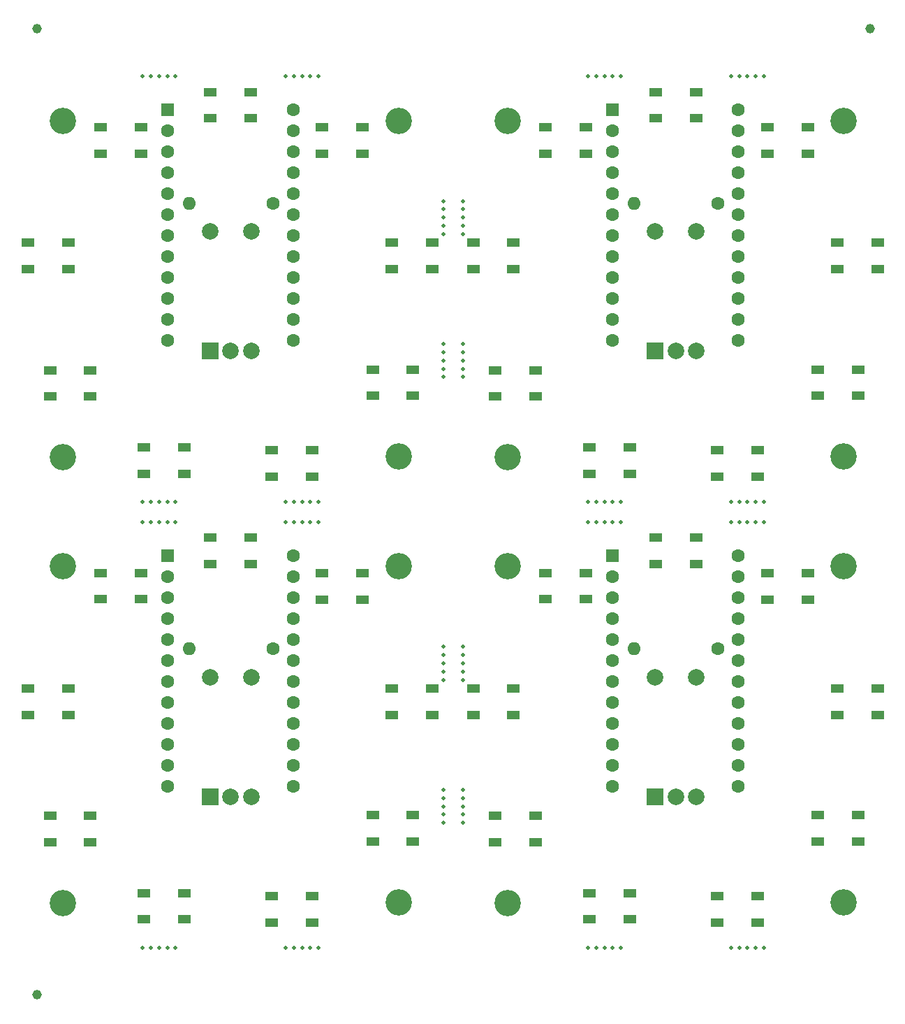
<source format=gbr>
%TF.GenerationSoftware,KiCad,Pcbnew,(6.0.0)*%
%TF.CreationDate,2022-01-02T19:46:58+01:00*%
%TF.ProjectId,VolumeKnob,566f6c75-6d65-44b6-9e6f-622e6b696361,rev?*%
%TF.SameCoordinates,Original*%
%TF.FileFunction,Soldermask,Top*%
%TF.FilePolarity,Negative*%
%FSLAX46Y46*%
G04 Gerber Fmt 4.6, Leading zero omitted, Abs format (unit mm)*
G04 Created by KiCad (PCBNEW (6.0.0)) date 2022-01-02 19:46:58*
%MOMM*%
%LPD*%
G01*
G04 APERTURE LIST*
%ADD10C,0.500000*%
%ADD11R,1.500000X1.000000*%
%ADD12C,1.600000*%
%ADD13O,1.600000X1.600000*%
%ADD14C,3.200000*%
%ADD15R,1.600000X1.600000*%
%ADD16R,2.000000X2.000000*%
%ADD17C,2.000000*%
%ADD18C,1.152000*%
G04 APERTURE END LIST*
D10*
%TO.C,REF\u002A\u002A*%
X75798997Y-113666335D03*
%TD*%
%TO.C,REF\u002A\u002A*%
X78201003Y-93333667D03*
%TD*%
%TO.C,REF\u002A\u002A*%
X75798997Y-57666332D03*
%TD*%
%TO.C,REF\u002A\u002A*%
X110666335Y-129799000D03*
%TD*%
%TO.C,REF\u002A\u002A*%
X112666336Y-75798999D03*
%TD*%
%TO.C,REF\u002A\u002A*%
X78201002Y-97333667D03*
%TD*%
D11*
%TO.C,D34*%
X109020004Y-123520003D03*
X109020004Y-126720003D03*
X113920004Y-126720003D03*
X113920004Y-123520003D03*
%TD*%
D12*
%TO.C,R1*%
X109110004Y-39599997D03*
D13*
X98950004Y-39599997D03*
%TD*%
D11*
%TO.C,D20*%
X47539997Y-80140003D03*
X47539997Y-83340003D03*
X52439997Y-83340003D03*
X52439997Y-80140003D03*
%TD*%
D10*
%TO.C,REF\u002A\u002A*%
X75798999Y-96333667D03*
%TD*%
D11*
%TO.C,D17*%
X79410004Y-44399997D03*
X79410004Y-47599997D03*
X84310004Y-47599997D03*
X84310004Y-44399997D03*
%TD*%
%TO.C,D28*%
X79410004Y-98400003D03*
X79410004Y-101600003D03*
X84310004Y-101600003D03*
X84310004Y-98400003D03*
%TD*%
D10*
%TO.C,REF\u002A\u002A*%
X57666332Y-24200997D03*
%TD*%
%TO.C,REF\u002A\u002A*%
X78201001Y-110666335D03*
%TD*%
D11*
%TO.C,D36*%
X82100004Y-113830003D03*
X82100004Y-117030003D03*
X87000004Y-117030003D03*
X87000004Y-113830003D03*
%TD*%
D10*
%TO.C,REF\u002A\u002A*%
X113666336Y-75798999D03*
%TD*%
%TO.C,REF\u002A\u002A*%
X40333664Y-78201000D03*
%TD*%
%TO.C,REF\u002A\u002A*%
X57666332Y-75798999D03*
%TD*%
%TO.C,REF\u002A\u002A*%
X113666335Y-78201002D03*
%TD*%
%TO.C,REF\u002A\u002A*%
X113666335Y-129799000D03*
%TD*%
%TO.C,REF\u002A\u002A*%
X57666332Y-129799000D03*
%TD*%
D11*
%TO.C,D6*%
X39499997Y-69159997D03*
X39499997Y-72359997D03*
X44399997Y-72359997D03*
X44399997Y-69159997D03*
%TD*%
%TO.C,D15*%
X93500004Y-69159997D03*
X93500004Y-72359997D03*
X98400004Y-72359997D03*
X98400004Y-69159997D03*
%TD*%
%TO.C,D27*%
X25409997Y-98400003D03*
X25409997Y-101600003D03*
X30309997Y-101600003D03*
X30309997Y-98400003D03*
%TD*%
%TO.C,D29*%
X88210004Y-84390003D03*
X88210004Y-87590003D03*
X93110004Y-87590003D03*
X93110004Y-84390003D03*
%TD*%
D10*
%TO.C,REF\u002A\u002A*%
X59666332Y-75798999D03*
%TD*%
%TO.C,REF\u002A\u002A*%
X60666332Y-129799000D03*
%TD*%
%TO.C,REF\u002A\u002A*%
X40333664Y-24200999D03*
%TD*%
%TO.C,REF\u002A\u002A*%
X60666332Y-78201002D03*
%TD*%
D14*
%TO.C,REF\u002A\u002A*%
X29629997Y-70339997D03*
%TD*%
D10*
%TO.C,REF\u002A\u002A*%
X56666332Y-129799000D03*
%TD*%
%TO.C,REF\u002A\u002A*%
X57666332Y-78201002D03*
%TD*%
%TO.C,REF\u002A\u002A*%
X59666332Y-78201002D03*
%TD*%
%TO.C,REF\u002A\u002A*%
X110666336Y-75798999D03*
%TD*%
D14*
%TO.C,REF\u002A\u002A*%
X124350004Y-83600003D03*
%TD*%
D10*
%TO.C,REF\u002A\u002A*%
X75798997Y-111666335D03*
%TD*%
D14*
%TO.C,REF\u002A\u002A*%
X83630004Y-124340003D03*
%TD*%
D10*
%TO.C,REF\u002A\u002A*%
X75798997Y-56666332D03*
%TD*%
%TO.C,REF\u002A\u002A*%
X75798999Y-40333664D03*
%TD*%
%TO.C,REF\u002A\u002A*%
X111666336Y-24200997D03*
%TD*%
D11*
%TO.C,D18*%
X88210004Y-30389997D03*
X88210004Y-33589997D03*
X93110004Y-33589997D03*
X93110004Y-30389997D03*
%TD*%
D15*
%TO.C,U1*%
X96330004Y-82320003D03*
D12*
X96330004Y-84860003D03*
X96330004Y-87400003D03*
X96330004Y-89940003D03*
X96330004Y-92480003D03*
X96330004Y-95020003D03*
X96330004Y-97560003D03*
X96330004Y-100100003D03*
X96330004Y-102640003D03*
X96330004Y-105180003D03*
X96330004Y-107720003D03*
X96330004Y-110260003D03*
X111570004Y-110260003D03*
X111570004Y-107720003D03*
X111570004Y-105180003D03*
X111570004Y-102640003D03*
X111570004Y-100100003D03*
X111570004Y-97560003D03*
X111570004Y-95020003D03*
X111570004Y-92480003D03*
X111570004Y-89940003D03*
X111570004Y-87400003D03*
X111570004Y-84860003D03*
X111570004Y-82320003D03*
%TD*%
D10*
%TO.C,REF\u002A\u002A*%
X112666335Y-78201002D03*
%TD*%
%TO.C,REF\u002A\u002A*%
X78201002Y-43333664D03*
%TD*%
%TO.C,REF\u002A\u002A*%
X94333668Y-24200999D03*
%TD*%
D16*
%TO.C,SW1*%
X47499997Y-57499997D03*
D17*
X52499997Y-57499997D03*
X49999997Y-57499997D03*
X47499997Y-42999997D03*
X52499997Y-42999997D03*
%TD*%
D10*
%TO.C,REF\u002A\u002A*%
X78201003Y-42333664D03*
%TD*%
%TO.C,REF\u002A\u002A*%
X56666332Y-24200997D03*
%TD*%
D14*
%TO.C,REF\u002A\u002A*%
X124350004Y-29599997D03*
%TD*%
D10*
%TO.C,REF\u002A\u002A*%
X58666332Y-129799000D03*
%TD*%
%TO.C,REF\u002A\u002A*%
X43333664Y-24200999D03*
%TD*%
D11*
%TO.C,D1*%
X47539997Y-26139997D03*
X47539997Y-29339997D03*
X52439997Y-29339997D03*
X52439997Y-26139997D03*
%TD*%
D10*
%TO.C,REF\u002A\u002A*%
X75798997Y-114666335D03*
%TD*%
%TO.C,REF\u002A\u002A*%
X78201003Y-40333664D03*
%TD*%
D11*
%TO.C,D24*%
X55019997Y-123520003D03*
X55019997Y-126720003D03*
X59919997Y-126720003D03*
X59919997Y-123520003D03*
%TD*%
D10*
%TO.C,REF\u002A\u002A*%
X39333664Y-129799002D03*
%TD*%
%TO.C,REF\u002A\u002A*%
X78201003Y-39333664D03*
%TD*%
D14*
%TO.C,REF\u002A\u002A*%
X124350004Y-70309997D03*
%TD*%
D10*
%TO.C,REF\u002A\u002A*%
X75798999Y-97333667D03*
%TD*%
%TO.C,REF\u002A\u002A*%
X114666335Y-78201002D03*
%TD*%
D15*
%TO.C,U1*%
X42329997Y-82320003D03*
D12*
X42329997Y-84860003D03*
X42329997Y-87400003D03*
X42329997Y-89940003D03*
X42329997Y-92480003D03*
X42329997Y-95020003D03*
X42329997Y-97560003D03*
X42329997Y-100100003D03*
X42329997Y-102640003D03*
X42329997Y-105180003D03*
X42329997Y-107720003D03*
X42329997Y-110260003D03*
X57569997Y-110260003D03*
X57569997Y-107720003D03*
X57569997Y-105180003D03*
X57569997Y-102640003D03*
X57569997Y-100100003D03*
X57569997Y-97560003D03*
X57569997Y-95020003D03*
X57569997Y-92480003D03*
X57569997Y-89940003D03*
X57569997Y-87400003D03*
X57569997Y-84860003D03*
X57569997Y-82320003D03*
%TD*%
D10*
%TO.C,REF\u002A\u002A*%
X97333668Y-24200999D03*
%TD*%
%TO.C,REF\u002A\u002A*%
X111666335Y-78201002D03*
%TD*%
D14*
%TO.C,REF\u002A\u002A*%
X29629997Y-29599997D03*
%TD*%
D10*
%TO.C,REF\u002A\u002A*%
X41333664Y-129799002D03*
%TD*%
%TO.C,REF\u002A\u002A*%
X78201000Y-113666335D03*
%TD*%
D14*
%TO.C,REF\u002A\u002A*%
X83630004Y-83600003D03*
%TD*%
D11*
%TO.C,D11*%
X115110004Y-30429997D03*
X115110004Y-33629997D03*
X120010004Y-33629997D03*
X120010004Y-30429997D03*
%TD*%
D10*
%TO.C,REF\u002A\u002A*%
X56666332Y-75798999D03*
%TD*%
D11*
%TO.C,D9*%
X34209997Y-30389997D03*
X34209997Y-33589997D03*
X39109997Y-33589997D03*
X39109997Y-30389997D03*
%TD*%
D10*
%TO.C,REF\u002A\u002A*%
X110666335Y-78201002D03*
%TD*%
%TO.C,REF\u002A\u002A*%
X58666332Y-75798999D03*
%TD*%
D14*
%TO.C,REF\u002A\u002A*%
X70349997Y-124310003D03*
%TD*%
D10*
%TO.C,REF\u002A\u002A*%
X94333667Y-78201000D03*
%TD*%
D11*
%TO.C,D31*%
X115110004Y-84430003D03*
X115110004Y-87630003D03*
X120010004Y-87630003D03*
X120010004Y-84430003D03*
%TD*%
D10*
%TO.C,REF\u002A\u002A*%
X39333664Y-24200999D03*
%TD*%
D11*
%TO.C,D4*%
X67219997Y-59739997D03*
X67219997Y-62939997D03*
X72119997Y-62939997D03*
X72119997Y-59739997D03*
%TD*%
D16*
%TO.C,SW1*%
X101500004Y-57499997D03*
D17*
X106500004Y-57499997D03*
X104000004Y-57499997D03*
X101500004Y-42999997D03*
X106500004Y-42999997D03*
%TD*%
D11*
%TO.C,D25*%
X39499997Y-123160003D03*
X39499997Y-126360003D03*
X44399997Y-126360003D03*
X44399997Y-123160003D03*
%TD*%
D15*
%TO.C,U1*%
X42329997Y-28319997D03*
D12*
X42329997Y-30859997D03*
X42329997Y-33399997D03*
X42329997Y-35939997D03*
X42329997Y-38479997D03*
X42329997Y-41019997D03*
X42329997Y-43559997D03*
X42329997Y-46099997D03*
X42329997Y-48639997D03*
X42329997Y-51179997D03*
X42329997Y-53719997D03*
X42329997Y-56259997D03*
X57569997Y-56259997D03*
X57569997Y-53719997D03*
X57569997Y-51179997D03*
X57569997Y-48639997D03*
X57569997Y-46099997D03*
X57569997Y-43559997D03*
X57569997Y-41019997D03*
X57569997Y-38479997D03*
X57569997Y-35939997D03*
X57569997Y-33399997D03*
X57569997Y-30859997D03*
X57569997Y-28319997D03*
%TD*%
D10*
%TO.C,REF\u002A\u002A*%
X95333668Y-75798997D03*
%TD*%
%TO.C,REF\u002A\u002A*%
X93333667Y-78201000D03*
%TD*%
D11*
%TO.C,D21*%
X61109997Y-84430003D03*
X61109997Y-87630003D03*
X66009997Y-87630003D03*
X66009997Y-84430003D03*
%TD*%
D10*
%TO.C,REF\u002A\u002A*%
X42333664Y-24200999D03*
%TD*%
%TO.C,REF\u002A\u002A*%
X93333668Y-24200999D03*
%TD*%
%TO.C,REF\u002A\u002A*%
X95333667Y-129799002D03*
%TD*%
%TO.C,REF\u002A\u002A*%
X95333668Y-24200999D03*
%TD*%
D12*
%TO.C,R1*%
X55109997Y-39599997D03*
D13*
X44949997Y-39599997D03*
%TD*%
D16*
%TO.C,SW1*%
X101500004Y-111500003D03*
D17*
X106500004Y-111500003D03*
X104000004Y-111500003D03*
X101500004Y-97000003D03*
X106500004Y-97000003D03*
%TD*%
D10*
%TO.C,REF\u002A\u002A*%
X78201000Y-59666332D03*
%TD*%
%TO.C,REF\u002A\u002A*%
X112666336Y-24200997D03*
%TD*%
%TO.C,REF\u002A\u002A*%
X75798999Y-43333664D03*
%TD*%
%TO.C,REF\u002A\u002A*%
X97333667Y-129799002D03*
%TD*%
%TO.C,REF\u002A\u002A*%
X114666336Y-75798999D03*
%TD*%
D15*
%TO.C,U1*%
X96330004Y-28319997D03*
D12*
X96330004Y-30859997D03*
X96330004Y-33399997D03*
X96330004Y-35939997D03*
X96330004Y-38479997D03*
X96330004Y-41019997D03*
X96330004Y-43559997D03*
X96330004Y-46099997D03*
X96330004Y-48639997D03*
X96330004Y-51179997D03*
X96330004Y-53719997D03*
X96330004Y-56259997D03*
X111570004Y-56259997D03*
X111570004Y-53719997D03*
X111570004Y-51179997D03*
X111570004Y-48639997D03*
X111570004Y-46099997D03*
X111570004Y-43559997D03*
X111570004Y-41019997D03*
X111570004Y-38479997D03*
X111570004Y-35939997D03*
X111570004Y-33399997D03*
X111570004Y-30859997D03*
X111570004Y-28319997D03*
%TD*%
D10*
%TO.C,REF\u002A\u002A*%
X39333664Y-78201000D03*
%TD*%
D11*
%TO.C,D19*%
X34209997Y-84390003D03*
X34209997Y-87590003D03*
X39109997Y-87590003D03*
X39109997Y-84390003D03*
%TD*%
D10*
%TO.C,REF\u002A\u002A*%
X60666332Y-24200997D03*
%TD*%
D11*
%TO.C,D32*%
X123560004Y-98390003D03*
X123560004Y-101590003D03*
X128460004Y-101590003D03*
X128460004Y-98390003D03*
%TD*%
D10*
%TO.C,REF\u002A\u002A*%
X113666336Y-24200997D03*
%TD*%
%TO.C,REF\u002A\u002A*%
X41333664Y-75798997D03*
%TD*%
%TO.C,REF\u002A\u002A*%
X93333667Y-129799002D03*
%TD*%
D11*
%TO.C,D22*%
X69559997Y-98390003D03*
X69559997Y-101590003D03*
X74459997Y-101590003D03*
X74459997Y-98390003D03*
%TD*%
D10*
%TO.C,REF\u002A\u002A*%
X75798997Y-58666332D03*
%TD*%
D12*
%TO.C,R1*%
X109110004Y-93600003D03*
D13*
X98950004Y-93600003D03*
%TD*%
D18*
%TO.C,REF\u002A\u002A*%
X26498997Y-18501997D03*
%TD*%
%TO.C,REF\u002A\u002A*%
X26498997Y-135498002D03*
%TD*%
D10*
%TO.C,REF\u002A\u002A*%
X59666332Y-24200997D03*
%TD*%
D12*
%TO.C,R1*%
X55109997Y-93600003D03*
D13*
X44949997Y-93600003D03*
%TD*%
D10*
%TO.C,REF\u002A\u002A*%
X41333664Y-24200999D03*
%TD*%
D11*
%TO.C,D2*%
X61109997Y-30429997D03*
X61109997Y-33629997D03*
X66009997Y-33629997D03*
X66009997Y-30429997D03*
%TD*%
D10*
%TO.C,REF\u002A\u002A*%
X39333664Y-75798997D03*
%TD*%
D14*
%TO.C,REF\u002A\u002A*%
X83630004Y-29599997D03*
%TD*%
D10*
%TO.C,REF\u002A\u002A*%
X42333664Y-129799002D03*
%TD*%
%TO.C,REF\u002A\u002A*%
X78201000Y-114666335D03*
%TD*%
%TO.C,REF\u002A\u002A*%
X75798997Y-59666332D03*
%TD*%
%TO.C,REF\u002A\u002A*%
X75798999Y-41333664D03*
%TD*%
%TO.C,REF\u002A\u002A*%
X78201000Y-57666332D03*
%TD*%
D16*
%TO.C,SW1*%
X47499997Y-111500003D03*
D17*
X52499997Y-111500003D03*
X49999997Y-111500003D03*
X47499997Y-97000003D03*
X52499997Y-97000003D03*
%TD*%
D10*
%TO.C,REF\u002A\u002A*%
X75798997Y-60666332D03*
%TD*%
%TO.C,REF\u002A\u002A*%
X94333667Y-129799002D03*
%TD*%
%TO.C,REF\u002A\u002A*%
X42333664Y-75798997D03*
%TD*%
D11*
%TO.C,D14*%
X109020004Y-69519997D03*
X109020004Y-72719997D03*
X113920004Y-72719997D03*
X113920004Y-69519997D03*
%TD*%
D14*
%TO.C,REF\u002A\u002A*%
X70349997Y-70309997D03*
%TD*%
D10*
%TO.C,REF\u002A\u002A*%
X59666332Y-129799000D03*
%TD*%
D11*
%TO.C,D16*%
X82100004Y-59829997D03*
X82100004Y-63029997D03*
X87000004Y-63029997D03*
X87000004Y-59829997D03*
%TD*%
%TO.C,D7*%
X28099997Y-59829997D03*
X28099997Y-63029997D03*
X32999997Y-63029997D03*
X32999997Y-59829997D03*
%TD*%
D10*
%TO.C,REF\u002A\u002A*%
X40333664Y-75798997D03*
%TD*%
%TO.C,REF\u002A\u002A*%
X96333668Y-24200999D03*
%TD*%
%TO.C,REF\u002A\u002A*%
X56666332Y-78201002D03*
%TD*%
%TO.C,REF\u002A\u002A*%
X110666336Y-24200997D03*
%TD*%
%TO.C,REF\u002A\u002A*%
X78201001Y-56666332D03*
%TD*%
%TO.C,REF\u002A\u002A*%
X75798999Y-93333667D03*
%TD*%
%TO.C,REF\u002A\u002A*%
X78201000Y-60666332D03*
%TD*%
%TO.C,REF\u002A\u002A*%
X93333668Y-75798997D03*
%TD*%
D11*
%TO.C,D5*%
X55019997Y-69519997D03*
X55019997Y-72719997D03*
X59919997Y-72719997D03*
X59919997Y-69519997D03*
%TD*%
D10*
%TO.C,REF\u002A\u002A*%
X41333664Y-78201000D03*
%TD*%
%TO.C,REF\u002A\u002A*%
X97333668Y-75798997D03*
%TD*%
%TO.C,REF\u002A\u002A*%
X111666336Y-75798999D03*
%TD*%
D11*
%TO.C,D13*%
X121220004Y-59739997D03*
X121220004Y-62939997D03*
X126120004Y-62939997D03*
X126120004Y-59739997D03*
%TD*%
D14*
%TO.C,REF\u002A\u002A*%
X70349997Y-83600003D03*
%TD*%
D10*
%TO.C,REF\u002A\u002A*%
X78201000Y-58666332D03*
%TD*%
D11*
%TO.C,D35*%
X93500004Y-123160003D03*
X93500004Y-126360003D03*
X98400004Y-126360003D03*
X98400004Y-123160003D03*
%TD*%
D10*
%TO.C,REF\u002A\u002A*%
X42333664Y-78201000D03*
%TD*%
%TO.C,REF\u002A\u002A*%
X97333667Y-78201000D03*
%TD*%
%TO.C,REF\u002A\u002A*%
X95333667Y-78201000D03*
%TD*%
D11*
%TO.C,D30*%
X101540004Y-80140003D03*
X101540004Y-83340003D03*
X106440004Y-83340003D03*
X106440004Y-80140003D03*
%TD*%
D10*
%TO.C,REF\u002A\u002A*%
X58666332Y-24200997D03*
%TD*%
%TO.C,REF\u002A\u002A*%
X40333664Y-129799002D03*
%TD*%
D11*
%TO.C,D23*%
X67219997Y-113740003D03*
X67219997Y-116940003D03*
X72119997Y-116940003D03*
X72119997Y-113740003D03*
%TD*%
D10*
%TO.C,REF\u002A\u002A*%
X111666335Y-129799000D03*
%TD*%
D14*
%TO.C,REF\u002A\u002A*%
X83630004Y-70339997D03*
%TD*%
D10*
%TO.C,REF\u002A\u002A*%
X75798999Y-94333667D03*
%TD*%
%TO.C,REF\u002A\u002A*%
X60666332Y-75798999D03*
%TD*%
%TO.C,REF\u002A\u002A*%
X78201003Y-95333667D03*
%TD*%
%TO.C,REF\u002A\u002A*%
X78201003Y-96333667D03*
%TD*%
%TO.C,REF\u002A\u002A*%
X94333668Y-75798997D03*
%TD*%
%TO.C,REF\u002A\u002A*%
X96333667Y-129799002D03*
%TD*%
%TO.C,REF\u002A\u002A*%
X75798997Y-112666335D03*
%TD*%
%TO.C,REF\u002A\u002A*%
X58666332Y-78201002D03*
%TD*%
D11*
%TO.C,D26*%
X28099997Y-113830003D03*
X28099997Y-117030003D03*
X32999997Y-117030003D03*
X32999997Y-113830003D03*
%TD*%
%TO.C,D8*%
X25409997Y-44399997D03*
X25409997Y-47599997D03*
X30309997Y-47599997D03*
X30309997Y-44399997D03*
%TD*%
D14*
%TO.C,REF\u002A\u002A*%
X70349997Y-29599997D03*
%TD*%
D10*
%TO.C,REF\u002A\u002A*%
X75798999Y-95333667D03*
%TD*%
%TO.C,REF\u002A\u002A*%
X78201000Y-111666335D03*
%TD*%
%TO.C,REF\u002A\u002A*%
X96333668Y-75798997D03*
%TD*%
%TO.C,REF\u002A\u002A*%
X96333667Y-78201000D03*
%TD*%
%TO.C,REF\u002A\u002A*%
X78201003Y-41333664D03*
%TD*%
D11*
%TO.C,D12*%
X123560004Y-44389997D03*
X123560004Y-47589997D03*
X128460004Y-47589997D03*
X128460004Y-44389997D03*
%TD*%
D10*
%TO.C,REF\u002A\u002A*%
X75798997Y-110666335D03*
%TD*%
%TO.C,REF\u002A\u002A*%
X75798999Y-39333664D03*
%TD*%
D14*
%TO.C,REF\u002A\u002A*%
X124350004Y-124310003D03*
%TD*%
D10*
%TO.C,REF\u002A\u002A*%
X43333664Y-129799002D03*
%TD*%
%TO.C,REF\u002A\u002A*%
X112666335Y-129799000D03*
%TD*%
%TO.C,REF\u002A\u002A*%
X78201000Y-112666335D03*
%TD*%
%TO.C,REF\u002A\u002A*%
X114666335Y-129799000D03*
%TD*%
%TO.C,REF\u002A\u002A*%
X75798999Y-42333664D03*
%TD*%
D11*
%TO.C,D10*%
X101540004Y-26139997D03*
X101540004Y-29339997D03*
X106440004Y-29339997D03*
X106440004Y-26139997D03*
%TD*%
D14*
%TO.C,REF\u002A\u002A*%
X29629997Y-83600003D03*
%TD*%
D11*
%TO.C,D3*%
X69559997Y-44389997D03*
X69559997Y-47589997D03*
X74459997Y-47589997D03*
X74459997Y-44389997D03*
%TD*%
D10*
%TO.C,REF\u002A\u002A*%
X114666336Y-24200997D03*
%TD*%
D14*
%TO.C,REF\u002A\u002A*%
X29629997Y-124340003D03*
%TD*%
D11*
%TO.C,D33*%
X121220004Y-113740003D03*
X121220004Y-116940003D03*
X126120004Y-116940003D03*
X126120004Y-113740003D03*
%TD*%
D10*
%TO.C,REF\u002A\u002A*%
X43333664Y-75798997D03*
%TD*%
%TO.C,REF\u002A\u002A*%
X78201003Y-94333667D03*
%TD*%
%TO.C,REF\u002A\u002A*%
X43333664Y-78201000D03*
%TD*%
D18*
%TO.C,REF\u002A\u002A*%
X127501003Y-18501997D03*
%TD*%
M02*

</source>
